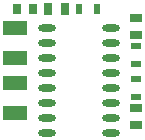
<source format=gtp>
G04*
G04 #@! TF.GenerationSoftware,Altium Limited,Altium Designer,20.0.13 (296)*
G04*
G04 Layer_Color=8421504*
%FSLAX44Y44*%
%MOMM*%
G71*
G01*
G75*
%ADD17O,1.5000X0.6000*%
%ADD18R,2.0000X1.2000*%
%ADD19R,0.8000X0.9000*%
%ADD20R,0.7800X0.9800*%
%ADD21R,0.6000X0.9000*%
%ADD22R,0.9800X0.7800*%
%ADD23R,0.9000X0.6000*%
D17*
X1061720Y614680D02*
D03*
Y627380D02*
D03*
Y640080D02*
D03*
Y652780D02*
D03*
Y665480D02*
D03*
Y678180D02*
D03*
Y690880D02*
D03*
Y703580D02*
D03*
X1007720Y614680D02*
D03*
Y627380D02*
D03*
Y640080D02*
D03*
Y652780D02*
D03*
Y665480D02*
D03*
Y678180D02*
D03*
Y690880D02*
D03*
Y703580D02*
D03*
D18*
X981040Y632060D02*
D03*
Y657460D02*
D03*
Y677860D02*
D03*
Y703260D02*
D03*
D19*
X995830Y720092D02*
D03*
X982830D02*
D03*
D20*
X1023480Y720090D02*
D03*
X1008380D02*
D03*
D21*
X1050169Y720088D02*
D03*
X1035170D02*
D03*
D22*
X1083310Y636270D02*
D03*
Y621170D02*
D03*
Y697370D02*
D03*
Y712470D02*
D03*
D23*
X1083308Y673221D02*
D03*
Y688220D02*
D03*
X1083312Y660279D02*
D03*
Y645280D02*
D03*
M02*

</source>
